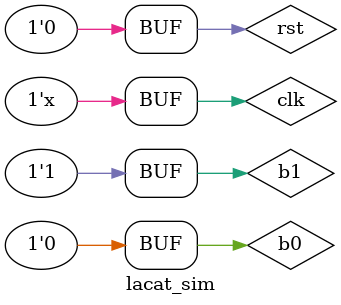
<source format=v>
`timescale 1ns / 1ps


module lacat_sim();
    reg b0, b1, clk, rst;
    wire unlock;
    
    Lacat lacatel(clk, rst, b0, b1, unlock);
    
    initial begin
    #0 clk = 0; rst = 1; b0 = 0; b1 = 0;
    #30 rst = 0; b0 = 1;
    #20 b0 = 0; b1 = 1;
    #20 b0 = 1;
    #20 b0 = 0;
    #20 b1 = 1;
    #20 b1 = 0;
    #60 b1 = 1;
    end
    
    always #10 clk = ~clk;
endmodule

</source>
